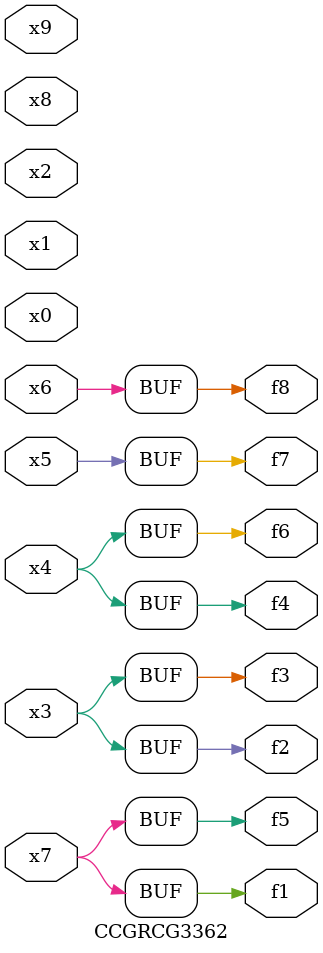
<source format=v>
module CCGRCG3362(
	input x0, x1, x2, x3, x4, x5, x6, x7, x8, x9,
	output f1, f2, f3, f4, f5, f6, f7, f8
);
	assign f1 = x7;
	assign f2 = x3;
	assign f3 = x3;
	assign f4 = x4;
	assign f5 = x7;
	assign f6 = x4;
	assign f7 = x5;
	assign f8 = x6;
endmodule

</source>
